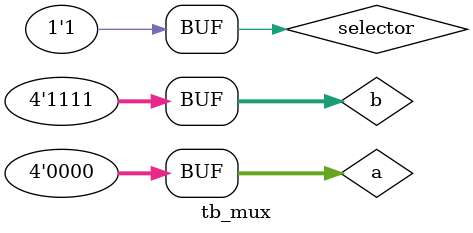
<source format=v>
module mux2(
  output [3:0] mux_out,
  input  [3:0] mux_in_a,
  input  [3:0] mux_in_b,
  input mux_sel
);
reg [3:0] temp ;
always @(*)
begin
if(mux_sel == 1'b0)
temp <= mux_in_a;
else
temp <= mux_in_b;
end

assign mux_out = temp;
endmodule


module tb_mux();
reg [3:0] a;
reg [3:0] b;
reg selector ;
wire [3:0] c;

initial
begin
$monitor("%b %b %b %b",a,b,selector,c);
selector = 1'b0;
a = 4'b0000;
b = 4'b1111;
#10
selector = 1'b1;

end 

mux2  g1(c,a,b,selector);
endmodule

</source>
